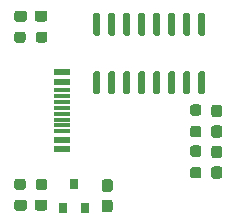
<source format=gbr>
%TF.GenerationSoftware,KiCad,Pcbnew,5.1.10*%
%TF.CreationDate,2021-06-29T15:39:21+12:00*%
%TF.ProjectId,USBCereal,55534243-6572-4656-916c-2e6b69636164,rev?*%
%TF.SameCoordinates,Original*%
%TF.FileFunction,Paste,Top*%
%TF.FilePolarity,Positive*%
%FSLAX46Y46*%
G04 Gerber Fmt 4.6, Leading zero omitted, Abs format (unit mm)*
G04 Created by KiCad (PCBNEW 5.1.10) date 2021-06-29 15:39:21*
%MOMM*%
%LPD*%
G01*
G04 APERTURE LIST*
%ADD10R,1.450000X0.600000*%
%ADD11R,1.450000X0.300000*%
%ADD12R,0.800000X0.900000*%
G04 APERTURE END LIST*
D10*
%TO.C,J1*%
X27794000Y-30301000D03*
X27794000Y-29501000D03*
X27794000Y-24601000D03*
X27794000Y-23801000D03*
X27794000Y-23801000D03*
X27794000Y-24601000D03*
X27794000Y-29501000D03*
X27794000Y-30301000D03*
D11*
X27794000Y-25301000D03*
X27794000Y-25801000D03*
X27794000Y-26301000D03*
X27794000Y-27301000D03*
X27794000Y-27801000D03*
X27794000Y-28301000D03*
X27794000Y-28801000D03*
X27794000Y-26801000D03*
%TD*%
%TO.C,D1*%
G36*
G01*
X40656500Y-28304000D02*
X41131500Y-28304000D01*
G75*
G02*
X41369000Y-28541500I0J-237500D01*
G01*
X41369000Y-29116500D01*
G75*
G02*
X41131500Y-29354000I-237500J0D01*
G01*
X40656500Y-29354000D01*
G75*
G02*
X40419000Y-29116500I0J237500D01*
G01*
X40419000Y-28541500D01*
G75*
G02*
X40656500Y-28304000I237500J0D01*
G01*
G37*
G36*
G01*
X40656500Y-26554000D02*
X41131500Y-26554000D01*
G75*
G02*
X41369000Y-26791500I0J-237500D01*
G01*
X41369000Y-27366500D01*
G75*
G02*
X41131500Y-27604000I-237500J0D01*
G01*
X40656500Y-27604000D01*
G75*
G02*
X40419000Y-27366500I0J237500D01*
G01*
X40419000Y-26791500D01*
G75*
G02*
X40656500Y-26554000I237500J0D01*
G01*
G37*
%TD*%
%TO.C,D2*%
G36*
G01*
X40656500Y-31769500D02*
X41131500Y-31769500D01*
G75*
G02*
X41369000Y-32007000I0J-237500D01*
G01*
X41369000Y-32582000D01*
G75*
G02*
X41131500Y-32819500I-237500J0D01*
G01*
X40656500Y-32819500D01*
G75*
G02*
X40419000Y-32582000I0J237500D01*
G01*
X40419000Y-32007000D01*
G75*
G02*
X40656500Y-31769500I237500J0D01*
G01*
G37*
G36*
G01*
X40656500Y-30019500D02*
X41131500Y-30019500D01*
G75*
G02*
X41369000Y-30257000I0J-237500D01*
G01*
X41369000Y-30832000D01*
G75*
G02*
X41131500Y-31069500I-237500J0D01*
G01*
X40656500Y-31069500D01*
G75*
G02*
X40419000Y-30832000I0J237500D01*
G01*
X40419000Y-30257000D01*
G75*
G02*
X40656500Y-30019500I237500J0D01*
G01*
G37*
%TD*%
%TO.C,R4*%
G36*
G01*
X38878500Y-31817500D02*
X39353500Y-31817500D01*
G75*
G02*
X39591000Y-32055000I0J-237500D01*
G01*
X39591000Y-32555000D01*
G75*
G02*
X39353500Y-32792500I-237500J0D01*
G01*
X38878500Y-32792500D01*
G75*
G02*
X38641000Y-32555000I0J237500D01*
G01*
X38641000Y-32055000D01*
G75*
G02*
X38878500Y-31817500I237500J0D01*
G01*
G37*
G36*
G01*
X38878500Y-29992500D02*
X39353500Y-29992500D01*
G75*
G02*
X39591000Y-30230000I0J-237500D01*
G01*
X39591000Y-30730000D01*
G75*
G02*
X39353500Y-30967500I-237500J0D01*
G01*
X38878500Y-30967500D01*
G75*
G02*
X38641000Y-30730000I0J237500D01*
G01*
X38641000Y-30230000D01*
G75*
G02*
X38878500Y-29992500I237500J0D01*
G01*
G37*
%TD*%
%TO.C,R3*%
G36*
G01*
X38878500Y-28341500D02*
X39353500Y-28341500D01*
G75*
G02*
X39591000Y-28579000I0J-237500D01*
G01*
X39591000Y-29079000D01*
G75*
G02*
X39353500Y-29316500I-237500J0D01*
G01*
X38878500Y-29316500D01*
G75*
G02*
X38641000Y-29079000I0J237500D01*
G01*
X38641000Y-28579000D01*
G75*
G02*
X38878500Y-28341500I237500J0D01*
G01*
G37*
G36*
G01*
X38878500Y-26516500D02*
X39353500Y-26516500D01*
G75*
G02*
X39591000Y-26754000I0J-237500D01*
G01*
X39591000Y-27254000D01*
G75*
G02*
X39353500Y-27491500I-237500J0D01*
G01*
X38878500Y-27491500D01*
G75*
G02*
X38641000Y-27254000I0J237500D01*
G01*
X38641000Y-26754000D01*
G75*
G02*
X38878500Y-26516500I237500J0D01*
G01*
G37*
%TD*%
%TO.C,R2*%
G36*
G01*
X24721000Y-20590500D02*
X24721000Y-21065500D01*
G75*
G02*
X24483500Y-21303000I-237500J0D01*
G01*
X23983500Y-21303000D01*
G75*
G02*
X23746000Y-21065500I0J237500D01*
G01*
X23746000Y-20590500D01*
G75*
G02*
X23983500Y-20353000I237500J0D01*
G01*
X24483500Y-20353000D01*
G75*
G02*
X24721000Y-20590500I0J-237500D01*
G01*
G37*
G36*
G01*
X26546000Y-20590500D02*
X26546000Y-21065500D01*
G75*
G02*
X26308500Y-21303000I-237500J0D01*
G01*
X25808500Y-21303000D01*
G75*
G02*
X25571000Y-21065500I0J237500D01*
G01*
X25571000Y-20590500D01*
G75*
G02*
X25808500Y-20353000I237500J0D01*
G01*
X26308500Y-20353000D01*
G75*
G02*
X26546000Y-20590500I0J-237500D01*
G01*
G37*
%TD*%
%TO.C,R1*%
G36*
G01*
X24721000Y-33061900D02*
X24721000Y-33536900D01*
G75*
G02*
X24483500Y-33774400I-237500J0D01*
G01*
X23983500Y-33774400D01*
G75*
G02*
X23746000Y-33536900I0J237500D01*
G01*
X23746000Y-33061900D01*
G75*
G02*
X23983500Y-32824400I237500J0D01*
G01*
X24483500Y-32824400D01*
G75*
G02*
X24721000Y-33061900I0J-237500D01*
G01*
G37*
G36*
G01*
X26546000Y-33061900D02*
X26546000Y-33536900D01*
G75*
G02*
X26308500Y-33774400I-237500J0D01*
G01*
X25808500Y-33774400D01*
G75*
G02*
X25571000Y-33536900I0J237500D01*
G01*
X25571000Y-33061900D01*
G75*
G02*
X25808500Y-32824400I237500J0D01*
G01*
X26308500Y-32824400D01*
G75*
G02*
X26546000Y-33061900I0J-237500D01*
G01*
G37*
%TD*%
D12*
%TO.C,U1*%
X28829000Y-33274000D03*
X29779000Y-35274000D03*
X27879000Y-35274000D03*
%TD*%
%TO.C,C3*%
G36*
G01*
X31385500Y-34588500D02*
X31860500Y-34588500D01*
G75*
G02*
X32098000Y-34826000I0J-237500D01*
G01*
X32098000Y-35426000D01*
G75*
G02*
X31860500Y-35663500I-237500J0D01*
G01*
X31385500Y-35663500D01*
G75*
G02*
X31148000Y-35426000I0J237500D01*
G01*
X31148000Y-34826000D01*
G75*
G02*
X31385500Y-34588500I237500J0D01*
G01*
G37*
G36*
G01*
X31385500Y-32863500D02*
X31860500Y-32863500D01*
G75*
G02*
X32098000Y-33101000I0J-237500D01*
G01*
X32098000Y-33701000D01*
G75*
G02*
X31860500Y-33938500I-237500J0D01*
G01*
X31385500Y-33938500D01*
G75*
G02*
X31148000Y-33701000I0J237500D01*
G01*
X31148000Y-33101000D01*
G75*
G02*
X31385500Y-32863500I237500J0D01*
G01*
G37*
%TD*%
%TO.C,C2*%
G36*
G01*
X24821000Y-34814500D02*
X24821000Y-35289500D01*
G75*
G02*
X24583500Y-35527000I-237500J0D01*
G01*
X23983500Y-35527000D01*
G75*
G02*
X23746000Y-35289500I0J237500D01*
G01*
X23746000Y-34814500D01*
G75*
G02*
X23983500Y-34577000I237500J0D01*
G01*
X24583500Y-34577000D01*
G75*
G02*
X24821000Y-34814500I0J-237500D01*
G01*
G37*
G36*
G01*
X26546000Y-34814500D02*
X26546000Y-35289500D01*
G75*
G02*
X26308500Y-35527000I-237500J0D01*
G01*
X25708500Y-35527000D01*
G75*
G02*
X25471000Y-35289500I0J237500D01*
G01*
X25471000Y-34814500D01*
G75*
G02*
X25708500Y-34577000I237500J0D01*
G01*
X26308500Y-34577000D01*
G75*
G02*
X26546000Y-34814500I0J-237500D01*
G01*
G37*
%TD*%
%TO.C,C1*%
G36*
G01*
X24821000Y-18812500D02*
X24821000Y-19287500D01*
G75*
G02*
X24583500Y-19525000I-237500J0D01*
G01*
X23983500Y-19525000D01*
G75*
G02*
X23746000Y-19287500I0J237500D01*
G01*
X23746000Y-18812500D01*
G75*
G02*
X23983500Y-18575000I237500J0D01*
G01*
X24583500Y-18575000D01*
G75*
G02*
X24821000Y-18812500I0J-237500D01*
G01*
G37*
G36*
G01*
X26546000Y-18812500D02*
X26546000Y-19287500D01*
G75*
G02*
X26308500Y-19525000I-237500J0D01*
G01*
X25708500Y-19525000D01*
G75*
G02*
X25471000Y-19287500I0J237500D01*
G01*
X25471000Y-18812500D01*
G75*
G02*
X25708500Y-18575000I237500J0D01*
G01*
X26308500Y-18575000D01*
G75*
G02*
X26546000Y-18812500I0J-237500D01*
G01*
G37*
%TD*%
%TO.C,U2*%
G36*
G01*
X30884000Y-20725000D02*
X30584000Y-20725000D01*
G75*
G02*
X30434000Y-20575000I0J150000D01*
G01*
X30434000Y-18925000D01*
G75*
G02*
X30584000Y-18775000I150000J0D01*
G01*
X30884000Y-18775000D01*
G75*
G02*
X31034000Y-18925000I0J-150000D01*
G01*
X31034000Y-20575000D01*
G75*
G02*
X30884000Y-20725000I-150000J0D01*
G01*
G37*
G36*
G01*
X32154000Y-20725000D02*
X31854000Y-20725000D01*
G75*
G02*
X31704000Y-20575000I0J150000D01*
G01*
X31704000Y-18925000D01*
G75*
G02*
X31854000Y-18775000I150000J0D01*
G01*
X32154000Y-18775000D01*
G75*
G02*
X32304000Y-18925000I0J-150000D01*
G01*
X32304000Y-20575000D01*
G75*
G02*
X32154000Y-20725000I-150000J0D01*
G01*
G37*
G36*
G01*
X33424000Y-20725000D02*
X33124000Y-20725000D01*
G75*
G02*
X32974000Y-20575000I0J150000D01*
G01*
X32974000Y-18925000D01*
G75*
G02*
X33124000Y-18775000I150000J0D01*
G01*
X33424000Y-18775000D01*
G75*
G02*
X33574000Y-18925000I0J-150000D01*
G01*
X33574000Y-20575000D01*
G75*
G02*
X33424000Y-20725000I-150000J0D01*
G01*
G37*
G36*
G01*
X34694000Y-20725000D02*
X34394000Y-20725000D01*
G75*
G02*
X34244000Y-20575000I0J150000D01*
G01*
X34244000Y-18925000D01*
G75*
G02*
X34394000Y-18775000I150000J0D01*
G01*
X34694000Y-18775000D01*
G75*
G02*
X34844000Y-18925000I0J-150000D01*
G01*
X34844000Y-20575000D01*
G75*
G02*
X34694000Y-20725000I-150000J0D01*
G01*
G37*
G36*
G01*
X35964000Y-20725000D02*
X35664000Y-20725000D01*
G75*
G02*
X35514000Y-20575000I0J150000D01*
G01*
X35514000Y-18925000D01*
G75*
G02*
X35664000Y-18775000I150000J0D01*
G01*
X35964000Y-18775000D01*
G75*
G02*
X36114000Y-18925000I0J-150000D01*
G01*
X36114000Y-20575000D01*
G75*
G02*
X35964000Y-20725000I-150000J0D01*
G01*
G37*
G36*
G01*
X37234000Y-20725000D02*
X36934000Y-20725000D01*
G75*
G02*
X36784000Y-20575000I0J150000D01*
G01*
X36784000Y-18925000D01*
G75*
G02*
X36934000Y-18775000I150000J0D01*
G01*
X37234000Y-18775000D01*
G75*
G02*
X37384000Y-18925000I0J-150000D01*
G01*
X37384000Y-20575000D01*
G75*
G02*
X37234000Y-20725000I-150000J0D01*
G01*
G37*
G36*
G01*
X38504000Y-20725000D02*
X38204000Y-20725000D01*
G75*
G02*
X38054000Y-20575000I0J150000D01*
G01*
X38054000Y-18925000D01*
G75*
G02*
X38204000Y-18775000I150000J0D01*
G01*
X38504000Y-18775000D01*
G75*
G02*
X38654000Y-18925000I0J-150000D01*
G01*
X38654000Y-20575000D01*
G75*
G02*
X38504000Y-20725000I-150000J0D01*
G01*
G37*
G36*
G01*
X39774000Y-20725000D02*
X39474000Y-20725000D01*
G75*
G02*
X39324000Y-20575000I0J150000D01*
G01*
X39324000Y-18925000D01*
G75*
G02*
X39474000Y-18775000I150000J0D01*
G01*
X39774000Y-18775000D01*
G75*
G02*
X39924000Y-18925000I0J-150000D01*
G01*
X39924000Y-20575000D01*
G75*
G02*
X39774000Y-20725000I-150000J0D01*
G01*
G37*
G36*
G01*
X39774000Y-25675000D02*
X39474000Y-25675000D01*
G75*
G02*
X39324000Y-25525000I0J150000D01*
G01*
X39324000Y-23875000D01*
G75*
G02*
X39474000Y-23725000I150000J0D01*
G01*
X39774000Y-23725000D01*
G75*
G02*
X39924000Y-23875000I0J-150000D01*
G01*
X39924000Y-25525000D01*
G75*
G02*
X39774000Y-25675000I-150000J0D01*
G01*
G37*
G36*
G01*
X38504000Y-25675000D02*
X38204000Y-25675000D01*
G75*
G02*
X38054000Y-25525000I0J150000D01*
G01*
X38054000Y-23875000D01*
G75*
G02*
X38204000Y-23725000I150000J0D01*
G01*
X38504000Y-23725000D01*
G75*
G02*
X38654000Y-23875000I0J-150000D01*
G01*
X38654000Y-25525000D01*
G75*
G02*
X38504000Y-25675000I-150000J0D01*
G01*
G37*
G36*
G01*
X37234000Y-25675000D02*
X36934000Y-25675000D01*
G75*
G02*
X36784000Y-25525000I0J150000D01*
G01*
X36784000Y-23875000D01*
G75*
G02*
X36934000Y-23725000I150000J0D01*
G01*
X37234000Y-23725000D01*
G75*
G02*
X37384000Y-23875000I0J-150000D01*
G01*
X37384000Y-25525000D01*
G75*
G02*
X37234000Y-25675000I-150000J0D01*
G01*
G37*
G36*
G01*
X35964000Y-25675000D02*
X35664000Y-25675000D01*
G75*
G02*
X35514000Y-25525000I0J150000D01*
G01*
X35514000Y-23875000D01*
G75*
G02*
X35664000Y-23725000I150000J0D01*
G01*
X35964000Y-23725000D01*
G75*
G02*
X36114000Y-23875000I0J-150000D01*
G01*
X36114000Y-25525000D01*
G75*
G02*
X35964000Y-25675000I-150000J0D01*
G01*
G37*
G36*
G01*
X34694000Y-25675000D02*
X34394000Y-25675000D01*
G75*
G02*
X34244000Y-25525000I0J150000D01*
G01*
X34244000Y-23875000D01*
G75*
G02*
X34394000Y-23725000I150000J0D01*
G01*
X34694000Y-23725000D01*
G75*
G02*
X34844000Y-23875000I0J-150000D01*
G01*
X34844000Y-25525000D01*
G75*
G02*
X34694000Y-25675000I-150000J0D01*
G01*
G37*
G36*
G01*
X33424000Y-25675000D02*
X33124000Y-25675000D01*
G75*
G02*
X32974000Y-25525000I0J150000D01*
G01*
X32974000Y-23875000D01*
G75*
G02*
X33124000Y-23725000I150000J0D01*
G01*
X33424000Y-23725000D01*
G75*
G02*
X33574000Y-23875000I0J-150000D01*
G01*
X33574000Y-25525000D01*
G75*
G02*
X33424000Y-25675000I-150000J0D01*
G01*
G37*
G36*
G01*
X32154000Y-25675000D02*
X31854000Y-25675000D01*
G75*
G02*
X31704000Y-25525000I0J150000D01*
G01*
X31704000Y-23875000D01*
G75*
G02*
X31854000Y-23725000I150000J0D01*
G01*
X32154000Y-23725000D01*
G75*
G02*
X32304000Y-23875000I0J-150000D01*
G01*
X32304000Y-25525000D01*
G75*
G02*
X32154000Y-25675000I-150000J0D01*
G01*
G37*
G36*
G01*
X30884000Y-25675000D02*
X30584000Y-25675000D01*
G75*
G02*
X30434000Y-25525000I0J150000D01*
G01*
X30434000Y-23875000D01*
G75*
G02*
X30584000Y-23725000I150000J0D01*
G01*
X30884000Y-23725000D01*
G75*
G02*
X31034000Y-23875000I0J-150000D01*
G01*
X31034000Y-25525000D01*
G75*
G02*
X30884000Y-25675000I-150000J0D01*
G01*
G37*
%TD*%
M02*

</source>
